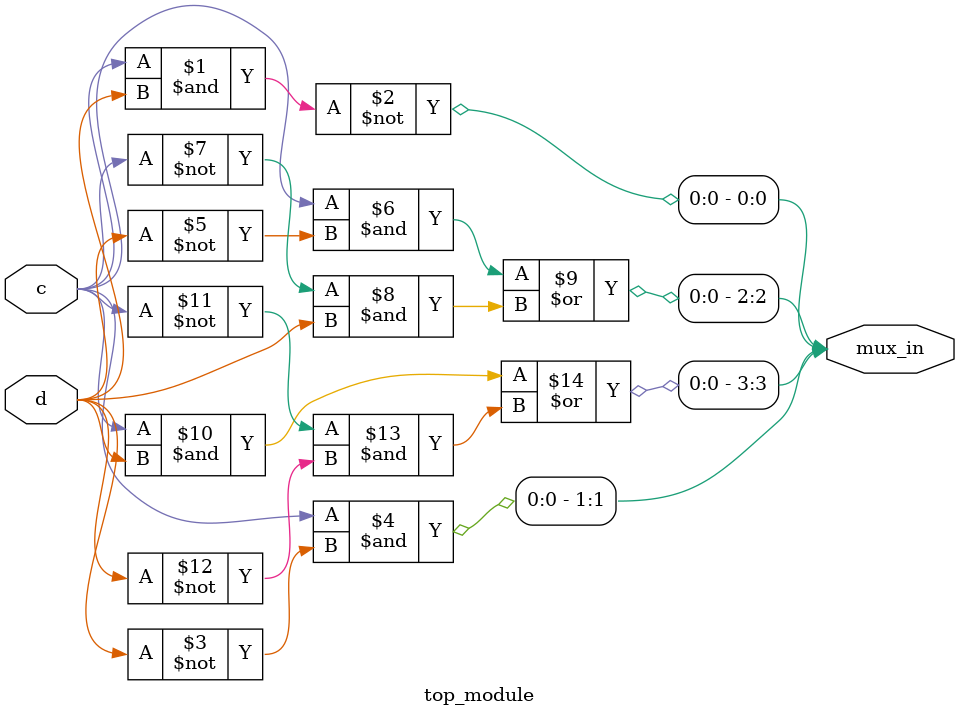
<source format=sv>
module top_module (
	input c,
	input d,
	output [3:0] mux_in
);
	assign mux_in[0] = ~(c & d);
	assign mux_in[1] = c & (~d);
	assign mux_in[2] = (c & ~d) | (~c & d);
	assign mux_in[3] = (c & d) | (~c & ~d);
endmodule

</source>
